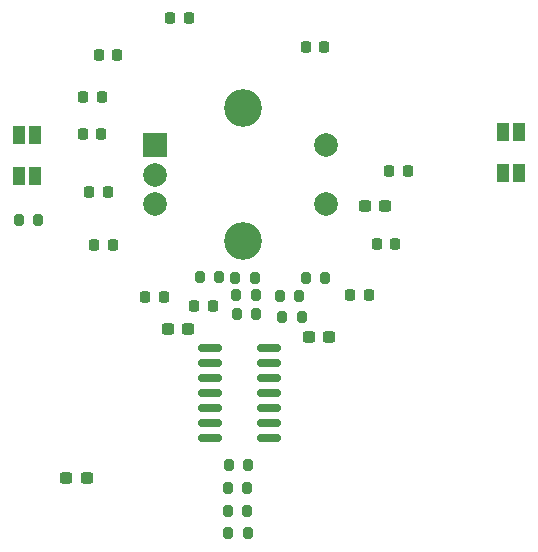
<source format=gbr>
%TF.GenerationSoftware,KiCad,Pcbnew,8.0.8*%
%TF.CreationDate,2025-01-22T11:30:49-06:00*%
%TF.ProjectId,B-Sides 2025,422d5369-6465-4732-9032-3032352e6b69,rev?*%
%TF.SameCoordinates,Original*%
%TF.FileFunction,Soldermask,Top*%
%TF.FilePolarity,Negative*%
%FSLAX46Y46*%
G04 Gerber Fmt 4.6, Leading zero omitted, Abs format (unit mm)*
G04 Created by KiCad (PCBNEW 8.0.8) date 2025-01-22 11:30:49*
%MOMM*%
%LPD*%
G01*
G04 APERTURE LIST*
G04 Aperture macros list*
%AMRoundRect*
0 Rectangle with rounded corners*
0 $1 Rounding radius*
0 $2 $3 $4 $5 $6 $7 $8 $9 X,Y pos of 4 corners*
0 Add a 4 corners polygon primitive as box body*
4,1,4,$2,$3,$4,$5,$6,$7,$8,$9,$2,$3,0*
0 Add four circle primitives for the rounded corners*
1,1,$1+$1,$2,$3*
1,1,$1+$1,$4,$5*
1,1,$1+$1,$6,$7*
1,1,$1+$1,$8,$9*
0 Add four rect primitives between the rounded corners*
20,1,$1+$1,$2,$3,$4,$5,0*
20,1,$1+$1,$4,$5,$6,$7,0*
20,1,$1+$1,$6,$7,$8,$9,0*
20,1,$1+$1,$8,$9,$2,$3,0*%
G04 Aperture macros list end*
%ADD10RoundRect,0.150000X-0.825000X-0.150000X0.825000X-0.150000X0.825000X0.150000X-0.825000X0.150000X0*%
%ADD11R,2.000000X2.000000*%
%ADD12C,2.000000*%
%ADD13C,3.200000*%
%ADD14RoundRect,0.200000X-0.200000X-0.275000X0.200000X-0.275000X0.200000X0.275000X-0.200000X0.275000X0*%
%ADD15R,1.000000X1.500000*%
%ADD16RoundRect,0.218750X-0.218750X-0.256250X0.218750X-0.256250X0.218750X0.256250X-0.218750X0.256250X0*%
%ADD17RoundRect,0.237500X-0.300000X-0.237500X0.300000X-0.237500X0.300000X0.237500X-0.300000X0.237500X0*%
G04 APERTURE END LIST*
D10*
%TO.C,U1*%
X158225000Y-93577500D03*
X158225000Y-94847500D03*
X158225000Y-96117500D03*
X158225000Y-97387500D03*
X158225000Y-98657500D03*
X158225000Y-99927500D03*
X158225000Y-101197500D03*
X163175000Y-101197500D03*
X163175000Y-99927500D03*
X163175000Y-98657500D03*
X163175000Y-97387500D03*
X163175000Y-96117500D03*
X163175000Y-94847500D03*
X163175000Y-93577500D03*
%TD*%
D11*
%TO.C,SW1*%
X153530000Y-76350000D03*
D12*
X153530000Y-81350000D03*
X153530000Y-78850000D03*
D13*
X161030000Y-73250000D03*
X161030000Y-84450000D03*
D12*
X168030000Y-81350000D03*
X168030000Y-76350000D03*
%TD*%
D14*
%TO.C,R13*%
X160460000Y-90650000D03*
X162110000Y-90650000D03*
%TD*%
%TO.C,R12*%
X160315000Y-87590000D03*
X161965000Y-87590000D03*
%TD*%
%TO.C,R11*%
X166285000Y-87570000D03*
X167935000Y-87570000D03*
%TD*%
%TO.C,R10*%
X160415000Y-89080000D03*
X162065000Y-89080000D03*
%TD*%
%TO.C,R8*%
X141995000Y-82660000D03*
X143645000Y-82660000D03*
%TD*%
%TO.C,R7*%
X164325000Y-90910000D03*
X165975000Y-90910000D03*
%TD*%
%TO.C,R6*%
X159695000Y-105350000D03*
X161345000Y-105350000D03*
%TD*%
%TO.C,R5*%
X159765000Y-103440000D03*
X161415000Y-103440000D03*
%TD*%
%TO.C,R4*%
X159735000Y-109220000D03*
X161385000Y-109220000D03*
%TD*%
%TO.C,R3*%
X159695000Y-107360000D03*
X161345000Y-107360000D03*
%TD*%
%TO.C,R2*%
X164085000Y-89150000D03*
X165735000Y-89150000D03*
%TD*%
%TO.C,R1*%
X157345000Y-87560000D03*
X158995000Y-87560000D03*
%TD*%
D15*
%TO.C,Q2*%
X142000000Y-75510000D03*
X142000000Y-79010000D03*
X143400000Y-75510000D03*
X143400000Y-79010000D03*
%TD*%
%TO.C,Q1*%
X182990000Y-75220000D03*
X182990000Y-78720000D03*
X184390000Y-75220000D03*
X184390000Y-78720000D03*
%TD*%
D16*
%TO.C,D12*%
X173372500Y-78590000D03*
X174947500Y-78590000D03*
%TD*%
%TO.C,D11*%
X172322500Y-84750000D03*
X173897500Y-84750000D03*
%TD*%
%TO.C,D10*%
X156862500Y-90020000D03*
X158437500Y-90020000D03*
%TD*%
%TO.C,D9*%
X147482500Y-72270000D03*
X149057500Y-72270000D03*
%TD*%
%TO.C,D8*%
X154842500Y-65620000D03*
X156417500Y-65620000D03*
%TD*%
%TO.C,D7*%
X148762500Y-68760000D03*
X150337500Y-68760000D03*
%TD*%
%TO.C,D6*%
X147412500Y-75430000D03*
X148987500Y-75430000D03*
%TD*%
%TO.C,D5*%
X147942500Y-80300000D03*
X149517500Y-80300000D03*
%TD*%
%TO.C,D4*%
X170042500Y-89030000D03*
X171617500Y-89030000D03*
%TD*%
%TO.C,D3*%
X166282500Y-68080000D03*
X167857500Y-68080000D03*
%TD*%
%TO.C,D2*%
X148372500Y-84850000D03*
X149947500Y-84850000D03*
%TD*%
%TO.C,D1*%
X152692500Y-89190000D03*
X154267500Y-89190000D03*
%TD*%
D17*
%TO.C,C4*%
X146035000Y-104530000D03*
X147760000Y-104530000D03*
%TD*%
%TO.C,C3*%
X171327500Y-81530000D03*
X173052500Y-81530000D03*
%TD*%
%TO.C,C2*%
X166577500Y-92640000D03*
X168302500Y-92640000D03*
%TD*%
%TO.C,C1*%
X154597500Y-91890000D03*
X156322500Y-91890000D03*
%TD*%
M02*

</source>
